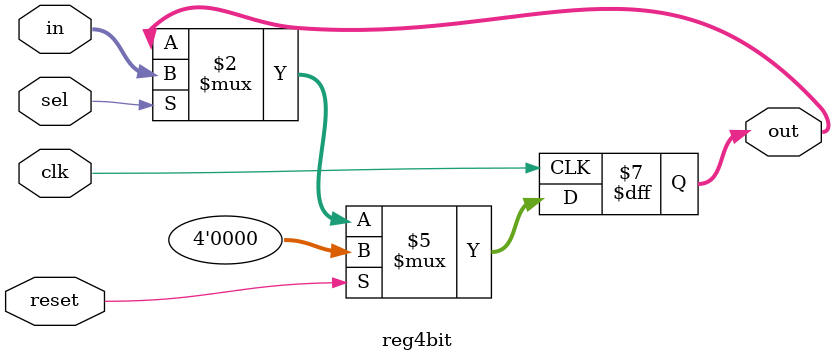
<source format=v>
`timescale 1ns / 1ps
module reg4bit(out, in, clk, sel,reset);
input [3:0] in;
input clk;
input sel;
output reg [3:0]out;
input reset;
always @ (posedge clk)
if (reset)
begin
out<=4'b0000;
end
else if (sel)
begin
out<=in;
end
endmodule

</source>
